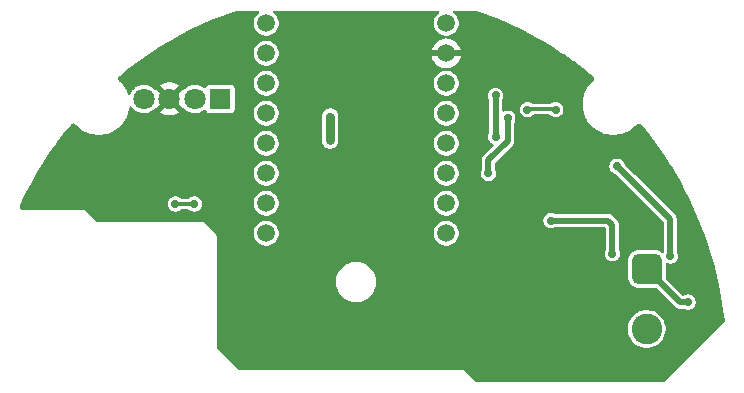
<source format=gbr>
%TF.GenerationSoftware,KiCad,Pcbnew,9.0.4*%
%TF.CreationDate,2025-10-28T17:49:17+05:30*%
%TF.ProjectId,PCB,5043422e-6b69-4636-9164-5f7063625858,rev?*%
%TF.SameCoordinates,Original*%
%TF.FileFunction,Copper,L2,Bot*%
%TF.FilePolarity,Positive*%
%FSLAX46Y46*%
G04 Gerber Fmt 4.6, Leading zero omitted, Abs format (unit mm)*
G04 Created by KiCad (PCBNEW 9.0.4) date 2025-10-28 17:49:17*
%MOMM*%
%LPD*%
G01*
G04 APERTURE LIST*
G04 Aperture macros list*
%AMRoundRect*
0 Rectangle with rounded corners*
0 $1 Rounding radius*
0 $2 $3 $4 $5 $6 $7 $8 $9 X,Y pos of 4 corners*
0 Add a 4 corners polygon primitive as box body*
4,1,4,$2,$3,$4,$5,$6,$7,$8,$9,$2,$3,0*
0 Add four circle primitives for the rounded corners*
1,1,$1+$1,$2,$3*
1,1,$1+$1,$4,$5*
1,1,$1+$1,$6,$7*
1,1,$1+$1,$8,$9*
0 Add four rect primitives between the rounded corners*
20,1,$1+$1,$2,$3,$4,$5,0*
20,1,$1+$1,$4,$5,$6,$7,0*
20,1,$1+$1,$6,$7,$8,$9,0*
20,1,$1+$1,$8,$9,$2,$3,0*%
G04 Aperture macros list end*
%TA.AperFunction,ComponentPad*%
%ADD10RoundRect,0.650000X-0.650000X0.650000X-0.650000X-0.650000X0.650000X-0.650000X0.650000X0.650000X0*%
%TD*%
%TA.AperFunction,ComponentPad*%
%ADD11C,2.600000*%
%TD*%
%TA.AperFunction,ComponentPad*%
%ADD12R,1.800000X1.800000*%
%TD*%
%TA.AperFunction,ComponentPad*%
%ADD13C,1.800000*%
%TD*%
%TA.AperFunction,ComponentPad*%
%ADD14C,1.500000*%
%TD*%
%TA.AperFunction,ViaPad*%
%ADD15C,0.700000*%
%TD*%
%TA.AperFunction,Conductor*%
%ADD16C,0.500000*%
%TD*%
%TA.AperFunction,Conductor*%
%ADD17C,0.800000*%
%TD*%
%TA.AperFunction,Conductor*%
%ADD18C,0.300000*%
%TD*%
G04 APERTURE END LIST*
D10*
%TO.P,J1,1,Pin_1*%
%TO.N,+BATT*%
X184600000Y-73800000D03*
D11*
%TO.P,J1,2,Pin_2*%
%TO.N,-BATT*%
X184600000Y-78880000D03*
%TD*%
D12*
%TO.P,D4,1,BA*%
%TO.N,Net-(D4-BA)*%
X148500000Y-59400000D03*
D13*
%TO.P,D4,2,GA*%
%TO.N,Net-(D4-GA)*%
X146341000Y-59400000D03*
%TO.P,D4,3,K*%
%TO.N,GND*%
X144182000Y-59400000D03*
%TO.P,D4,4,RA*%
%TO.N,Net-(D4-RA)*%
X142023000Y-59400000D03*
%TD*%
D14*
%TO.P,U6,1,GPIO5*%
%TO.N,PWM_R*%
X152380000Y-53000000D03*
%TO.P,U6,2,GPIO6*%
%TO.N,PWM_G*%
X152380000Y-55540000D03*
%TO.P,U6,3,GPIO7*%
%TO.N,PWM_B*%
X152380000Y-58080000D03*
%TO.P,U6,4,GPIO8*%
%TO.N,unconnected-(U6-GPIO8-Pad4)*%
X152380000Y-60620000D03*
%TO.P,U6,5,GPIO9*%
%TO.N,unconnected-(U6-GPIO9-Pad5)_1*%
X152380000Y-63160000D03*
%TO.P,U6,6,GPIO10*%
%TO.N,IMU_SDA*%
X152380000Y-65700000D03*
%TO.P,U6,7,GPIO20*%
%TO.N,IMU_SCL*%
X152380000Y-68240000D03*
%TO.P,U6,8,GPIO21*%
%TO.N,IR_ON*%
X152380000Y-70780000D03*
%TO.P,U6,9,GPIO0*%
%TO.N,IR_ADC*%
X167620000Y-70780000D03*
%TO.P,U6,10,GPIO1*%
%TO.N,Hall_Out*%
X167620000Y-68240000D03*
%TO.P,U6,11,GPIO2*%
%TO.N,unconnected-(U6-GPIO2-Pad11)*%
X167620000Y-65700000D03*
%TO.P,U6,12,GPIO3*%
%TO.N,IMU_INT1*%
X167620000Y-63160000D03*
%TO.P,U6,13,GPIO4*%
%TO.N,Batt_En*%
X167620000Y-60620000D03*
%TO.P,U6,14,3V3*%
%TO.N,+3.3V*%
X167620000Y-58080000D03*
%TO.P,U6,15,GND*%
%TO.N,GND*%
X167620000Y-55540000D03*
%TO.P,U6,16,Vin*%
%TO.N,Vin*%
X167620000Y-53000000D03*
%TD*%
D15*
%TO.N,Vin*%
X171800000Y-59100000D03*
X171800000Y-62600000D03*
X181700000Y-72500000D03*
X176500000Y-69700000D03*
%TO.N,GND*%
X157900000Y-80900000D03*
X135200000Y-64600000D03*
X173300000Y-64200000D03*
X177400000Y-77300000D03*
X176600000Y-76400000D03*
X173500000Y-57100000D03*
X178200000Y-72700000D03*
X174500000Y-54900000D03*
X179300000Y-71300000D03*
X178900000Y-78000000D03*
X180600000Y-65600000D03*
X175295380Y-73585380D03*
X144100000Y-62600000D03*
X179325000Y-72700000D03*
X141900000Y-61800000D03*
X178200000Y-71300000D03*
X180000000Y-77500000D03*
X172300000Y-75600000D03*
X169900000Y-60900000D03*
X149000000Y-63900000D03*
X173100000Y-76100000D03*
X180400000Y-71300000D03*
X161200000Y-81300000D03*
X180400000Y-72700000D03*
%TO.N,+BATT*%
X171200000Y-65700000D03*
X186600000Y-72700000D03*
X182100000Y-65100000D03*
X188100000Y-76600000D03*
X172840380Y-61040380D03*
%TO.N,+3.3V*%
X157800000Y-60900000D03*
X157800000Y-62900000D03*
%TO.N,IMU_SDA*%
X146300000Y-68300000D03*
X144700000Y-68300000D03*
%TO.N,Batt_En*%
X176900000Y-60300000D03*
X174500000Y-60300000D03*
%TD*%
D16*
%TO.N,Vin*%
X181700000Y-70100000D02*
X181700000Y-71900000D01*
X181700000Y-71900000D02*
X181700000Y-72500000D01*
X181300000Y-69700000D02*
X181700000Y-70100000D01*
X176500000Y-69700000D02*
X181300000Y-69700000D01*
X171800000Y-59100000D02*
X171800000Y-62600000D01*
%TO.N,+BATT*%
X171200000Y-65700000D02*
X171200000Y-64600000D01*
X172840380Y-62959620D02*
X172840380Y-61040380D01*
X188100000Y-76600000D02*
X187400000Y-76600000D01*
X186600000Y-69600000D02*
X186600000Y-70000000D01*
X171200000Y-64600000D02*
X172840380Y-62959620D01*
X183300000Y-66300000D02*
X186600000Y-69600000D01*
X187400000Y-76600000D02*
X184600000Y-73800000D01*
X186600000Y-70000000D02*
X186600000Y-72700000D01*
X183300000Y-66300000D02*
X182100000Y-65100000D01*
D17*
%TO.N,+3.3V*%
X157800000Y-62900000D02*
X157800000Y-60900000D01*
D18*
%TO.N,IMU_SDA*%
X146300000Y-68300000D02*
X144700000Y-68300000D01*
%TO.N,Batt_En*%
X176859620Y-60259620D02*
X176900000Y-60300000D01*
X174540380Y-60259620D02*
X176859620Y-60259620D01*
X174500000Y-60300000D02*
X174540380Y-60259620D01*
%TD*%
%TA.AperFunction,Conductor*%
%TO.N,GND*%
G36*
X151754231Y-51946045D02*
G01*
X151799986Y-51998849D01*
X151809930Y-52068007D01*
X151780905Y-52131563D01*
X151756082Y-52153463D01*
X151710342Y-52184024D01*
X151564024Y-52330342D01*
X151449058Y-52502403D01*
X151369870Y-52693579D01*
X151369868Y-52693587D01*
X151329500Y-52896530D01*
X151329500Y-53103469D01*
X151369868Y-53306412D01*
X151369870Y-53306420D01*
X151449059Y-53497598D01*
X151457679Y-53510499D01*
X151564024Y-53669657D01*
X151710342Y-53815975D01*
X151710345Y-53815977D01*
X151882402Y-53930941D01*
X152073580Y-54010130D01*
X152268064Y-54048815D01*
X152276530Y-54050499D01*
X152276534Y-54050500D01*
X152276535Y-54050500D01*
X152483466Y-54050500D01*
X152483467Y-54050499D01*
X152686420Y-54010130D01*
X152877598Y-53930941D01*
X153049655Y-53815977D01*
X153195977Y-53669655D01*
X153310941Y-53497598D01*
X153390130Y-53306420D01*
X153430500Y-53103465D01*
X153430500Y-52896535D01*
X153390130Y-52693580D01*
X153310941Y-52502402D01*
X153195977Y-52330345D01*
X153195975Y-52330342D01*
X153049657Y-52184024D01*
X153003918Y-52153463D01*
X152959112Y-52099851D01*
X152950405Y-52030526D01*
X152980559Y-51967498D01*
X153040002Y-51930778D01*
X153072808Y-51926360D01*
X166927192Y-51926360D01*
X166994231Y-51946045D01*
X167039986Y-51998849D01*
X167049930Y-52068007D01*
X167020905Y-52131563D01*
X166996082Y-52153463D01*
X166950342Y-52184024D01*
X166804024Y-52330342D01*
X166689058Y-52502403D01*
X166609870Y-52693579D01*
X166609868Y-52693587D01*
X166569500Y-52896530D01*
X166569500Y-53103469D01*
X166609868Y-53306412D01*
X166609870Y-53306420D01*
X166689059Y-53497598D01*
X166697679Y-53510499D01*
X166804024Y-53669657D01*
X166950342Y-53815975D01*
X166950345Y-53815977D01*
X167122402Y-53930941D01*
X167313580Y-54010130D01*
X167508064Y-54048815D01*
X167569975Y-54081199D01*
X167604549Y-54141915D01*
X167600810Y-54211684D01*
X167559944Y-54268357D01*
X167503272Y-54292905D01*
X167327293Y-54320778D01*
X167140164Y-54381581D01*
X166964856Y-54470904D01*
X166805678Y-54586555D01*
X166666555Y-54725678D01*
X166550904Y-54884856D01*
X166461581Y-55060162D01*
X166400781Y-55247283D01*
X166394016Y-55290000D01*
X167186988Y-55290000D01*
X167154075Y-55347007D01*
X167120000Y-55474174D01*
X167120000Y-55605826D01*
X167154075Y-55732993D01*
X167186988Y-55790000D01*
X166394016Y-55790000D01*
X166400781Y-55832716D01*
X166461581Y-56019837D01*
X166550904Y-56195143D01*
X166666555Y-56354321D01*
X166805678Y-56493444D01*
X166964856Y-56609095D01*
X167140164Y-56698418D01*
X167327294Y-56759221D01*
X167503271Y-56787094D01*
X167566406Y-56817023D01*
X167603337Y-56876335D01*
X167602339Y-56946197D01*
X167563729Y-57004430D01*
X167508064Y-57031184D01*
X167313587Y-57069868D01*
X167313579Y-57069870D01*
X167122403Y-57149058D01*
X166950342Y-57264024D01*
X166804024Y-57410342D01*
X166689058Y-57582403D01*
X166609870Y-57773579D01*
X166609868Y-57773587D01*
X166569500Y-57976530D01*
X166569500Y-58183469D01*
X166609868Y-58386412D01*
X166609870Y-58386420D01*
X166685878Y-58569920D01*
X166689059Y-58577598D01*
X166716006Y-58617927D01*
X166804024Y-58749657D01*
X166950342Y-58895975D01*
X166950345Y-58895977D01*
X167122402Y-59010941D01*
X167313580Y-59090130D01*
X167482319Y-59123694D01*
X167516530Y-59130499D01*
X167516534Y-59130500D01*
X167516535Y-59130500D01*
X167723466Y-59130500D01*
X167723467Y-59130499D01*
X167926420Y-59090130D01*
X168117598Y-59010941D01*
X168289655Y-58895977D01*
X168435977Y-58749655D01*
X168550941Y-58577598D01*
X168630130Y-58386420D01*
X168670500Y-58183465D01*
X168670500Y-57976535D01*
X168630130Y-57773580D01*
X168550941Y-57582402D01*
X168435977Y-57410345D01*
X168435975Y-57410342D01*
X168289657Y-57264024D01*
X168147901Y-57169307D01*
X168117598Y-57149059D01*
X168104817Y-57143765D01*
X167926420Y-57069870D01*
X167926412Y-57069868D01*
X167731935Y-57031184D01*
X167670024Y-56998799D01*
X167635450Y-56938084D01*
X167639189Y-56868314D01*
X167680056Y-56811642D01*
X167736728Y-56787094D01*
X167912705Y-56759221D01*
X168099835Y-56698418D01*
X168275143Y-56609095D01*
X168434321Y-56493444D01*
X168573444Y-56354321D01*
X168689095Y-56195143D01*
X168778418Y-56019837D01*
X168839218Y-55832716D01*
X168845984Y-55790000D01*
X168053012Y-55790000D01*
X168085925Y-55732993D01*
X168120000Y-55605826D01*
X168120000Y-55474174D01*
X168085925Y-55347007D01*
X168053012Y-55290000D01*
X168845984Y-55290000D01*
X168839218Y-55247283D01*
X168778418Y-55060162D01*
X168689095Y-54884856D01*
X168573444Y-54725678D01*
X168434321Y-54586555D01*
X168275143Y-54470904D01*
X168099835Y-54381581D01*
X167912705Y-54320778D01*
X167912707Y-54320778D01*
X167736727Y-54292905D01*
X167673593Y-54262975D01*
X167636662Y-54203664D01*
X167637660Y-54133801D01*
X167676270Y-54075569D01*
X167731934Y-54048815D01*
X167926420Y-54010130D01*
X168117598Y-53930941D01*
X168289655Y-53815977D01*
X168435977Y-53669655D01*
X168550941Y-53497598D01*
X168630130Y-53306420D01*
X168670500Y-53103465D01*
X168670500Y-52896535D01*
X168630130Y-52693580D01*
X168550941Y-52502402D01*
X168435977Y-52330345D01*
X168435975Y-52330342D01*
X168289657Y-52184024D01*
X168243918Y-52153463D01*
X168199112Y-52099851D01*
X168190405Y-52030526D01*
X168220559Y-51967498D01*
X168280002Y-51930778D01*
X168312808Y-51926360D01*
X170168402Y-51926360D01*
X170210454Y-51933708D01*
X170479029Y-52030526D01*
X171132078Y-52265942D01*
X171135882Y-52267385D01*
X172093801Y-52648832D01*
X172097527Y-52650386D01*
X172707990Y-52917112D01*
X173042433Y-53063238D01*
X173046146Y-53064934D01*
X173976856Y-53508673D01*
X173980475Y-53510472D01*
X174896089Y-53984669D01*
X174899651Y-53986589D01*
X175286970Y-54203664D01*
X175799118Y-54490700D01*
X175802651Y-54492757D01*
X175957789Y-54586555D01*
X176685039Y-55026259D01*
X176688452Y-55028401D01*
X177373659Y-55474174D01*
X177552743Y-55590680D01*
X177556132Y-55592965D01*
X178167227Y-56019837D01*
X178401402Y-56183416D01*
X178404705Y-56185805D01*
X179230107Y-56803838D01*
X179233301Y-56806314D01*
X179804337Y-57264024D01*
X180031633Y-57446212D01*
X180046031Y-57459774D01*
X180084887Y-57502721D01*
X180104669Y-57532140D01*
X180126262Y-57577010D01*
X180136910Y-57610821D01*
X180144925Y-57659965D01*
X180145571Y-57695411D01*
X180139352Y-57744817D01*
X180139323Y-57744920D01*
X180139332Y-57744974D01*
X180129943Y-57778996D01*
X180110000Y-57824620D01*
X180091301Y-57854742D01*
X180053859Y-57899286D01*
X180041482Y-57912033D01*
X179930531Y-58011005D01*
X179930526Y-58011010D01*
X179723131Y-58246665D01*
X179545586Y-58505556D01*
X179400465Y-58783923D01*
X179400465Y-58783924D01*
X179289889Y-59077699D01*
X179289883Y-59077719D01*
X179215438Y-59382684D01*
X179178215Y-59694380D01*
X179178751Y-60008305D01*
X179217039Y-60319872D01*
X179217040Y-60319876D01*
X179259120Y-60489738D01*
X179292526Y-60624584D01*
X179404113Y-60918001D01*
X179550181Y-61195867D01*
X179550183Y-61195870D01*
X179573843Y-61230118D01*
X179728610Y-61454147D01*
X179936808Y-61689092D01*
X180171752Y-61897290D01*
X180430032Y-62075718D01*
X180707898Y-62221786D01*
X181001315Y-62333373D01*
X181306024Y-62408859D01*
X181617599Y-62447149D01*
X181931518Y-62447685D01*
X182242812Y-62410509D01*
X182243214Y-62410461D01*
X182243214Y-62410460D01*
X182243222Y-62410460D01*
X182548187Y-62336015D01*
X182841983Y-62225431D01*
X183068190Y-62107502D01*
X183120339Y-62080317D01*
X183120340Y-62080316D01*
X183120339Y-62080316D01*
X183120346Y-62080313D01*
X183379235Y-61902768D01*
X183614889Y-61695374D01*
X183692840Y-61607987D01*
X183692844Y-61607986D01*
X183713467Y-61584864D01*
X183726195Y-61572506D01*
X183771228Y-61534653D01*
X183801335Y-61515963D01*
X183846973Y-61496011D01*
X183881140Y-61486602D01*
X183930558Y-61480377D01*
X183930660Y-61480378D01*
X183930709Y-61480358D01*
X183965997Y-61481019D01*
X183972967Y-61482154D01*
X184015154Y-61489029D01*
X184048957Y-61499668D01*
X184093845Y-61521261D01*
X184123261Y-61541033D01*
X184151430Y-61566508D01*
X184165784Y-61579489D01*
X184179428Y-61593982D01*
X184850256Y-62432270D01*
X184852876Y-62435662D01*
X185498796Y-63302629D01*
X185501297Y-63306111D01*
X186116867Y-64194887D01*
X186119246Y-64198452D01*
X186500595Y-64791873D01*
X186657431Y-65035928D01*
X186703704Y-65107933D01*
X186705952Y-65111567D01*
X186873700Y-65393579D01*
X187258669Y-66040775D01*
X187260796Y-66044497D01*
X187388135Y-66276465D01*
X187648355Y-66750500D01*
X187781035Y-66992197D01*
X187783032Y-66995989D01*
X188270205Y-67961103D01*
X188272071Y-67964963D01*
X188725613Y-68946376D01*
X188727343Y-68950297D01*
X189146680Y-69946769D01*
X189148274Y-69950748D01*
X189532920Y-70961115D01*
X189534376Y-70965147D01*
X189883881Y-71988237D01*
X189885196Y-71992317D01*
X190199115Y-73026826D01*
X190200289Y-73030948D01*
X190356690Y-73618757D01*
X190473039Y-74056042D01*
X190478282Y-74075745D01*
X190479312Y-74079906D01*
X190721017Y-75133646D01*
X190721903Y-75137840D01*
X190927044Y-76199304D01*
X190927785Y-76203526D01*
X191096120Y-77271477D01*
X191096714Y-77275722D01*
X191209499Y-78197366D01*
X191198103Y-78266300D01*
X191174098Y-78300109D01*
X186153323Y-83320886D01*
X186092000Y-83354371D01*
X186065642Y-83357205D01*
X170134466Y-83357205D01*
X170067427Y-83337520D01*
X170046785Y-83320886D01*
X169113628Y-82387729D01*
X169039937Y-82357205D01*
X169039936Y-82357205D01*
X168960172Y-82357205D01*
X168948362Y-82357205D01*
X168948320Y-82357209D01*
X150134466Y-82357209D01*
X150067427Y-82337524D01*
X150046785Y-82320890D01*
X148236873Y-80510978D01*
X148203388Y-80449655D01*
X148200554Y-80423297D01*
X148200554Y-78754038D01*
X182999500Y-78754038D01*
X182999500Y-79005961D01*
X183038910Y-79254785D01*
X183116760Y-79494383D01*
X183231132Y-79718848D01*
X183379201Y-79922649D01*
X183379205Y-79922654D01*
X183557345Y-80100794D01*
X183557350Y-80100798D01*
X183735117Y-80229952D01*
X183761155Y-80248870D01*
X183904184Y-80321747D01*
X183985616Y-80363239D01*
X183985618Y-80363239D01*
X183985621Y-80363241D01*
X184225215Y-80441090D01*
X184474038Y-80480500D01*
X184474039Y-80480500D01*
X184725961Y-80480500D01*
X184725962Y-80480500D01*
X184974785Y-80441090D01*
X185214379Y-80363241D01*
X185438845Y-80248870D01*
X185642656Y-80100793D01*
X185820793Y-79922656D01*
X185968870Y-79718845D01*
X186083241Y-79494379D01*
X186161090Y-79254785D01*
X186200500Y-79005962D01*
X186200500Y-78754038D01*
X186161090Y-78505215D01*
X186083241Y-78265621D01*
X186083239Y-78265618D01*
X186083239Y-78265616D01*
X186041747Y-78184184D01*
X185968870Y-78041155D01*
X185949952Y-78015117D01*
X185820798Y-77837350D01*
X185820794Y-77837345D01*
X185642654Y-77659205D01*
X185642649Y-77659201D01*
X185438848Y-77511132D01*
X185438847Y-77511131D01*
X185438845Y-77511130D01*
X185368747Y-77475413D01*
X185214383Y-77396760D01*
X184974785Y-77318910D01*
X184725962Y-77279500D01*
X184474038Y-77279500D01*
X184349626Y-77299205D01*
X184225214Y-77318910D01*
X183985616Y-77396760D01*
X183761151Y-77511132D01*
X183557350Y-77659201D01*
X183557345Y-77659205D01*
X183379205Y-77837345D01*
X183379201Y-77837350D01*
X183231132Y-78041151D01*
X183116760Y-78265616D01*
X183038910Y-78505214D01*
X182999500Y-78754038D01*
X148200554Y-78754038D01*
X148200554Y-74788549D01*
X158299554Y-74788549D01*
X158299554Y-75011450D01*
X158299555Y-75011466D01*
X158328648Y-75232452D01*
X158328649Y-75232457D01*
X158328650Y-75232463D01*
X158382095Y-75431922D01*
X158386344Y-75447780D01*
X158386347Y-75447790D01*
X158440691Y-75578987D01*
X158471649Y-75653726D01*
X158583106Y-75846774D01*
X158583111Y-75846780D01*
X158583112Y-75846782D01*
X158718805Y-76023622D01*
X158718811Y-76023629D01*
X158876424Y-76181242D01*
X158876431Y-76181248D01*
X159002348Y-76277867D01*
X159053280Y-76316948D01*
X159246328Y-76428405D01*
X159452273Y-76513710D01*
X159667591Y-76571404D01*
X159888597Y-76600500D01*
X159888604Y-76600500D01*
X160111504Y-76600500D01*
X160111511Y-76600500D01*
X160332517Y-76571404D01*
X160547835Y-76513710D01*
X160753780Y-76428405D01*
X160946828Y-76316948D01*
X161123678Y-76181247D01*
X161281301Y-76023624D01*
X161417002Y-75846774D01*
X161528459Y-75653726D01*
X161613764Y-75447781D01*
X161671458Y-75232463D01*
X161700554Y-75011457D01*
X161700554Y-74788543D01*
X161671458Y-74567537D01*
X161613764Y-74352219D01*
X161528459Y-74146274D01*
X161417002Y-73953226D01*
X161281301Y-73776376D01*
X161281296Y-73776370D01*
X161123683Y-73618757D01*
X161123676Y-73618751D01*
X160946836Y-73483058D01*
X160946834Y-73483057D01*
X160946828Y-73483052D01*
X160753780Y-73371595D01*
X160753776Y-73371593D01*
X160547844Y-73286293D01*
X160547837Y-73286291D01*
X160547835Y-73286290D01*
X160332517Y-73228596D01*
X160332511Y-73228595D01*
X160332506Y-73228594D01*
X160111520Y-73199501D01*
X160111517Y-73199500D01*
X160111511Y-73199500D01*
X159888597Y-73199500D01*
X159888591Y-73199500D01*
X159888587Y-73199501D01*
X159667601Y-73228594D01*
X159667594Y-73228595D01*
X159667591Y-73228596D01*
X159488956Y-73276461D01*
X159452273Y-73286290D01*
X159452263Y-73286293D01*
X159246331Y-73371593D01*
X159246327Y-73371595D01*
X159053280Y-73483052D01*
X159053271Y-73483058D01*
X158876431Y-73618751D01*
X158876424Y-73618757D01*
X158718811Y-73776370D01*
X158718805Y-73776377D01*
X158583112Y-73953217D01*
X158583106Y-73953226D01*
X158471649Y-74146273D01*
X158471647Y-74146277D01*
X158386347Y-74352209D01*
X158386344Y-74352219D01*
X158328651Y-74567534D01*
X158328648Y-74567547D01*
X158299555Y-74788533D01*
X158299554Y-74788549D01*
X148200554Y-74788549D01*
X148200554Y-70985979D01*
X148200553Y-70985976D01*
X148170030Y-70912286D01*
X148113628Y-70855884D01*
X147934274Y-70676530D01*
X151329500Y-70676530D01*
X151329500Y-70883469D01*
X151369868Y-71086412D01*
X151369870Y-71086420D01*
X151449058Y-71277596D01*
X151564024Y-71449657D01*
X151710342Y-71595975D01*
X151710345Y-71595977D01*
X151882402Y-71710941D01*
X152073580Y-71790130D01*
X152261579Y-71827525D01*
X152276530Y-71830499D01*
X152276534Y-71830500D01*
X152276535Y-71830500D01*
X152483466Y-71830500D01*
X152483467Y-71830499D01*
X152686420Y-71790130D01*
X152877598Y-71710941D01*
X153049655Y-71595977D01*
X153195977Y-71449655D01*
X153310941Y-71277598D01*
X153390130Y-71086420D01*
X153430500Y-70883465D01*
X153430500Y-70676535D01*
X153430499Y-70676530D01*
X166569500Y-70676530D01*
X166569500Y-70883469D01*
X166609868Y-71086412D01*
X166609870Y-71086420D01*
X166689058Y-71277596D01*
X166804024Y-71449657D01*
X166950342Y-71595975D01*
X166950345Y-71595977D01*
X167122402Y-71710941D01*
X167313580Y-71790130D01*
X167501579Y-71827525D01*
X167516530Y-71830499D01*
X167516534Y-71830500D01*
X167516535Y-71830500D01*
X167723466Y-71830500D01*
X167723467Y-71830499D01*
X167926420Y-71790130D01*
X168117598Y-71710941D01*
X168289655Y-71595977D01*
X168435977Y-71449655D01*
X168550941Y-71277598D01*
X168630130Y-71086420D01*
X168670500Y-70883465D01*
X168670500Y-70676535D01*
X168630130Y-70473580D01*
X168550941Y-70282402D01*
X168435977Y-70110345D01*
X168435975Y-70110342D01*
X168289657Y-69964024D01*
X168127809Y-69855882D01*
X168117598Y-69849059D01*
X168012860Y-69805675D01*
X167926420Y-69769870D01*
X167926412Y-69769868D01*
X167897268Y-69764071D01*
X175849499Y-69764071D01*
X175874497Y-69889738D01*
X175874499Y-69889744D01*
X175923533Y-70008124D01*
X175923538Y-70008133D01*
X175994723Y-70114668D01*
X175994726Y-70114672D01*
X176085327Y-70205273D01*
X176085331Y-70205276D01*
X176191866Y-70276461D01*
X176191875Y-70276466D01*
X176216870Y-70286819D01*
X176310256Y-70325501D01*
X176310260Y-70325501D01*
X176310261Y-70325502D01*
X176435928Y-70350500D01*
X176435931Y-70350500D01*
X176564071Y-70350500D01*
X176677055Y-70328025D01*
X176689744Y-70325501D01*
X176808127Y-70276465D01*
X176815712Y-70271396D01*
X176882389Y-70250520D01*
X176884601Y-70250500D01*
X181020613Y-70250500D01*
X181050053Y-70259144D01*
X181080040Y-70265668D01*
X181085055Y-70269422D01*
X181087652Y-70270185D01*
X181108294Y-70286819D01*
X181113181Y-70291706D01*
X181146666Y-70353029D01*
X181149500Y-70379387D01*
X181149500Y-72115398D01*
X181129815Y-72182437D01*
X181128604Y-72184286D01*
X181123534Y-72191872D01*
X181074499Y-72310255D01*
X181074497Y-72310261D01*
X181049500Y-72435928D01*
X181049500Y-72435931D01*
X181049500Y-72564069D01*
X181049500Y-72564071D01*
X181049499Y-72564071D01*
X181074497Y-72689738D01*
X181074499Y-72689744D01*
X181123533Y-72808124D01*
X181123538Y-72808133D01*
X181194723Y-72914668D01*
X181194726Y-72914672D01*
X181285327Y-73005273D01*
X181285331Y-73005276D01*
X181391866Y-73076461D01*
X181391872Y-73076464D01*
X181391873Y-73076465D01*
X181510256Y-73125501D01*
X181510260Y-73125501D01*
X181510261Y-73125502D01*
X181635928Y-73150500D01*
X181635931Y-73150500D01*
X181764071Y-73150500D01*
X181848615Y-73133682D01*
X181889744Y-73125501D01*
X182008127Y-73076465D01*
X182114669Y-73005276D01*
X182205276Y-72914669D01*
X182276465Y-72808127D01*
X182325501Y-72689744D01*
X182350500Y-72564069D01*
X182350500Y-72435931D01*
X182350500Y-72435928D01*
X182325502Y-72310261D01*
X182325501Y-72310260D01*
X182325501Y-72310256D01*
X182283801Y-72209583D01*
X182276465Y-72191872D01*
X182271396Y-72184286D01*
X182250520Y-72117608D01*
X182250500Y-72115398D01*
X182250500Y-70027527D01*
X182250500Y-70027525D01*
X182212984Y-69887515D01*
X182194722Y-69855884D01*
X182153559Y-69784588D01*
X182140512Y-69761988D01*
X182140508Y-69761983D01*
X181638016Y-69259491D01*
X181638015Y-69259490D01*
X181512485Y-69187016D01*
X181512486Y-69187016D01*
X181409761Y-69159491D01*
X181409761Y-69159490D01*
X181372475Y-69149500D01*
X176884601Y-69149500D01*
X176817562Y-69129815D01*
X176815747Y-69128626D01*
X176808127Y-69123535D01*
X176808124Y-69123533D01*
X176808123Y-69123533D01*
X176689744Y-69074499D01*
X176689738Y-69074497D01*
X176564071Y-69049500D01*
X176564069Y-69049500D01*
X176435931Y-69049500D01*
X176435929Y-69049500D01*
X176310261Y-69074497D01*
X176310255Y-69074499D01*
X176191875Y-69123533D01*
X176191866Y-69123538D01*
X176085331Y-69194723D01*
X176085327Y-69194726D01*
X175994726Y-69285327D01*
X175994723Y-69285331D01*
X175923538Y-69391866D01*
X175923533Y-69391875D01*
X175874499Y-69510255D01*
X175874497Y-69510261D01*
X175849500Y-69635928D01*
X175849500Y-69635931D01*
X175849500Y-69764069D01*
X175849500Y-69764071D01*
X175849499Y-69764071D01*
X167897268Y-69764071D01*
X167833848Y-69751456D01*
X167723469Y-69729500D01*
X167723465Y-69729500D01*
X167516535Y-69729500D01*
X167516530Y-69729500D01*
X167313587Y-69769868D01*
X167313579Y-69769870D01*
X167122403Y-69849058D01*
X166950342Y-69964024D01*
X166804024Y-70110342D01*
X166689058Y-70282403D01*
X166609870Y-70473579D01*
X166609868Y-70473587D01*
X166569500Y-70676530D01*
X153430499Y-70676530D01*
X153390130Y-70473580D01*
X153310941Y-70282402D01*
X153195977Y-70110345D01*
X153195975Y-70110342D01*
X153049657Y-69964024D01*
X152887809Y-69855882D01*
X152877598Y-69849059D01*
X152772860Y-69805675D01*
X152686420Y-69769870D01*
X152686412Y-69769868D01*
X152483469Y-69729500D01*
X152483465Y-69729500D01*
X152276535Y-69729500D01*
X152276530Y-69729500D01*
X152073587Y-69769868D01*
X152073579Y-69769870D01*
X151882403Y-69849058D01*
X151710342Y-69964024D01*
X151564024Y-70110342D01*
X151449058Y-70282403D01*
X151369870Y-70473579D01*
X151369868Y-70473587D01*
X151329500Y-70676530D01*
X147934274Y-70676530D01*
X147113628Y-69855884D01*
X147097151Y-69849059D01*
X147039937Y-69825360D01*
X147039936Y-69825360D01*
X138134466Y-69825360D01*
X138067427Y-69805675D01*
X138046785Y-69789041D01*
X137113628Y-68855884D01*
X137039937Y-68825360D01*
X137039936Y-68825360D01*
X131845356Y-68825360D01*
X131833522Y-68825359D01*
X131833514Y-68825356D01*
X131810459Y-68825358D01*
X131804001Y-68825358D01*
X131803995Y-68825356D01*
X131783391Y-68823632D01*
X131716004Y-68812270D01*
X131677027Y-68798737D01*
X131626338Y-68770957D01*
X131593959Y-68745383D01*
X131555192Y-68702510D01*
X131532997Y-68667729D01*
X131510442Y-68614506D01*
X131500888Y-68574368D01*
X131499026Y-68546420D01*
X131497045Y-68516688D01*
X131501188Y-68475650D01*
X131518998Y-68410731D01*
X131526962Y-68389531D01*
X131539288Y-68364071D01*
X144049499Y-68364071D01*
X144074497Y-68489738D01*
X144074499Y-68489744D01*
X144123533Y-68608124D01*
X144123538Y-68608133D01*
X144194723Y-68714668D01*
X144194726Y-68714672D01*
X144285327Y-68805273D01*
X144285331Y-68805276D01*
X144391866Y-68876461D01*
X144391872Y-68876464D01*
X144391873Y-68876465D01*
X144510256Y-68925501D01*
X144510260Y-68925501D01*
X144510261Y-68925502D01*
X144635928Y-68950500D01*
X144635931Y-68950500D01*
X144764071Y-68950500D01*
X144848615Y-68933682D01*
X144889744Y-68925501D01*
X145008127Y-68876465D01*
X145114669Y-68805276D01*
X145121209Y-68798736D01*
X145133127Y-68786819D01*
X145194450Y-68753334D01*
X145220808Y-68750500D01*
X145779192Y-68750500D01*
X145846231Y-68770185D01*
X145866873Y-68786819D01*
X145885327Y-68805273D01*
X145885331Y-68805276D01*
X145991866Y-68876461D01*
X145991872Y-68876464D01*
X145991873Y-68876465D01*
X146110256Y-68925501D01*
X146110260Y-68925501D01*
X146110261Y-68925502D01*
X146235928Y-68950500D01*
X146235931Y-68950500D01*
X146364071Y-68950500D01*
X146448615Y-68933682D01*
X146489744Y-68925501D01*
X146608127Y-68876465D01*
X146714669Y-68805276D01*
X146805276Y-68714669D01*
X146876465Y-68608127D01*
X146925501Y-68489744D01*
X146950500Y-68364069D01*
X146950500Y-68235931D01*
X146950500Y-68235928D01*
X146934329Y-68154635D01*
X146930728Y-68136530D01*
X151329500Y-68136530D01*
X151329500Y-68343469D01*
X151369868Y-68546412D01*
X151369870Y-68546420D01*
X151395432Y-68608133D01*
X151449059Y-68737598D01*
X151464630Y-68760902D01*
X151564024Y-68909657D01*
X151710342Y-69055975D01*
X151710345Y-69055977D01*
X151882402Y-69170941D01*
X152073580Y-69250130D01*
X152250549Y-69285331D01*
X152276530Y-69290499D01*
X152276534Y-69290500D01*
X152276535Y-69290500D01*
X152483466Y-69290500D01*
X152483467Y-69290499D01*
X152686420Y-69250130D01*
X152877598Y-69170941D01*
X153049655Y-69055977D01*
X153195977Y-68909655D01*
X153310941Y-68737598D01*
X153390130Y-68546420D01*
X153430500Y-68343465D01*
X153430500Y-68136535D01*
X153430499Y-68136530D01*
X166569500Y-68136530D01*
X166569500Y-68343469D01*
X166609868Y-68546412D01*
X166609870Y-68546420D01*
X166635432Y-68608133D01*
X166689059Y-68737598D01*
X166704630Y-68760902D01*
X166804024Y-68909657D01*
X166950342Y-69055975D01*
X166950345Y-69055977D01*
X167122402Y-69170941D01*
X167313580Y-69250130D01*
X167490549Y-69285331D01*
X167516530Y-69290499D01*
X167516534Y-69290500D01*
X167516535Y-69290500D01*
X167723466Y-69290500D01*
X167723467Y-69290499D01*
X167926420Y-69250130D01*
X168117598Y-69170941D01*
X168289655Y-69055977D01*
X168435977Y-68909655D01*
X168550941Y-68737598D01*
X168630130Y-68546420D01*
X168670500Y-68343465D01*
X168670500Y-68136535D01*
X168630130Y-67933580D01*
X168550941Y-67742402D01*
X168435977Y-67570345D01*
X168435975Y-67570342D01*
X168289657Y-67424024D01*
X168203626Y-67366541D01*
X168117598Y-67309059D01*
X167926420Y-67229870D01*
X167926412Y-67229868D01*
X167723469Y-67189500D01*
X167723465Y-67189500D01*
X167516535Y-67189500D01*
X167516530Y-67189500D01*
X167313587Y-67229868D01*
X167313579Y-67229870D01*
X167122403Y-67309058D01*
X166950342Y-67424024D01*
X166804024Y-67570342D01*
X166689058Y-67742403D01*
X166609870Y-67933579D01*
X166609868Y-67933587D01*
X166569500Y-68136530D01*
X153430499Y-68136530D01*
X153390130Y-67933580D01*
X153310941Y-67742402D01*
X153195977Y-67570345D01*
X153195975Y-67570342D01*
X153049657Y-67424024D01*
X152963626Y-67366541D01*
X152877598Y-67309059D01*
X152686420Y-67229870D01*
X152686412Y-67229868D01*
X152483469Y-67189500D01*
X152483465Y-67189500D01*
X152276535Y-67189500D01*
X152276530Y-67189500D01*
X152073587Y-67229868D01*
X152073579Y-67229870D01*
X151882403Y-67309058D01*
X151710342Y-67424024D01*
X151564024Y-67570342D01*
X151449058Y-67742403D01*
X151369870Y-67933579D01*
X151369868Y-67933587D01*
X151329500Y-68136530D01*
X146930728Y-68136530D01*
X146925502Y-68110261D01*
X146925501Y-68110260D01*
X146925501Y-68110256D01*
X146876465Y-67991873D01*
X146876464Y-67991872D01*
X146876461Y-67991866D01*
X146805276Y-67885331D01*
X146805273Y-67885327D01*
X146714672Y-67794726D01*
X146714668Y-67794723D01*
X146608133Y-67723538D01*
X146608124Y-67723533D01*
X146489744Y-67674499D01*
X146489738Y-67674497D01*
X146364071Y-67649500D01*
X146364069Y-67649500D01*
X146235931Y-67649500D01*
X146235929Y-67649500D01*
X146110261Y-67674497D01*
X146110255Y-67674499D01*
X145991875Y-67723533D01*
X145991866Y-67723538D01*
X145885331Y-67794723D01*
X145885327Y-67794726D01*
X145866873Y-67813181D01*
X145805550Y-67846666D01*
X145779192Y-67849500D01*
X145220808Y-67849500D01*
X145153769Y-67829815D01*
X145133127Y-67813181D01*
X145114672Y-67794726D01*
X145114668Y-67794723D01*
X145008133Y-67723538D01*
X145008124Y-67723533D01*
X144889744Y-67674499D01*
X144889738Y-67674497D01*
X144764071Y-67649500D01*
X144764069Y-67649500D01*
X144635931Y-67649500D01*
X144635929Y-67649500D01*
X144510261Y-67674497D01*
X144510255Y-67674499D01*
X144391875Y-67723533D01*
X144391866Y-67723538D01*
X144285331Y-67794723D01*
X144285327Y-67794726D01*
X144194726Y-67885327D01*
X144194723Y-67885331D01*
X144123538Y-67991866D01*
X144123533Y-67991875D01*
X144074499Y-68110255D01*
X144074497Y-68110261D01*
X144049500Y-68235928D01*
X144049500Y-68235931D01*
X144049500Y-68364069D01*
X144049500Y-68364071D01*
X144049499Y-68364071D01*
X131539288Y-68364071D01*
X131961353Y-67492287D01*
X131963140Y-67488745D01*
X131997086Y-67424024D01*
X132430500Y-66597675D01*
X132432350Y-66594282D01*
X132928167Y-65718644D01*
X132930116Y-65715325D01*
X133002524Y-65596530D01*
X151329500Y-65596530D01*
X151329500Y-65803469D01*
X151369868Y-66006412D01*
X151369870Y-66006420D01*
X151449059Y-66197598D01*
X151501753Y-66276461D01*
X151564024Y-66369657D01*
X151710342Y-66515975D01*
X151710345Y-66515977D01*
X151882402Y-66630941D01*
X152073580Y-66710130D01*
X152276530Y-66750499D01*
X152276534Y-66750500D01*
X152276535Y-66750500D01*
X152483466Y-66750500D01*
X152483467Y-66750499D01*
X152686420Y-66710130D01*
X152877598Y-66630941D01*
X153049655Y-66515977D01*
X153195977Y-66369655D01*
X153310941Y-66197598D01*
X153390130Y-66006420D01*
X153430500Y-65803465D01*
X153430500Y-65596535D01*
X153430499Y-65596530D01*
X166569500Y-65596530D01*
X166569500Y-65803469D01*
X166609868Y-66006412D01*
X166609870Y-66006420D01*
X166689059Y-66197598D01*
X166741753Y-66276461D01*
X166804024Y-66369657D01*
X166950342Y-66515975D01*
X166950345Y-66515977D01*
X167122402Y-66630941D01*
X167313580Y-66710130D01*
X167516530Y-66750499D01*
X167516534Y-66750500D01*
X167516535Y-66750500D01*
X167723466Y-66750500D01*
X167723467Y-66750499D01*
X167926420Y-66710130D01*
X168117598Y-66630941D01*
X168289655Y-66515977D01*
X168435977Y-66369655D01*
X168550941Y-66197598D01*
X168630130Y-66006420D01*
X168670500Y-65803465D01*
X168670500Y-65764071D01*
X170549499Y-65764071D01*
X170574497Y-65889738D01*
X170574499Y-65889744D01*
X170623533Y-66008124D01*
X170623538Y-66008133D01*
X170694723Y-66114668D01*
X170694726Y-66114672D01*
X170785327Y-66205273D01*
X170785331Y-66205276D01*
X170891866Y-66276461D01*
X170891872Y-66276464D01*
X170891873Y-66276465D01*
X171010256Y-66325501D01*
X171010260Y-66325501D01*
X171010261Y-66325502D01*
X171135928Y-66350500D01*
X171135931Y-66350500D01*
X171264071Y-66350500D01*
X171348615Y-66333682D01*
X171389744Y-66325501D01*
X171508127Y-66276465D01*
X171614669Y-66205276D01*
X171705276Y-66114669D01*
X171776465Y-66008127D01*
X171825501Y-65889744D01*
X171842663Y-65803466D01*
X171850500Y-65764071D01*
X171850500Y-65635928D01*
X171825502Y-65510261D01*
X171825501Y-65510260D01*
X171825501Y-65510256D01*
X171783198Y-65408127D01*
X171776465Y-65391872D01*
X171771396Y-65384286D01*
X171750520Y-65317608D01*
X171750500Y-65315398D01*
X171750500Y-65164071D01*
X181449499Y-65164071D01*
X181474497Y-65289738D01*
X181474499Y-65289744D01*
X181523533Y-65408124D01*
X181523538Y-65408133D01*
X181594723Y-65514668D01*
X181594726Y-65514672D01*
X181685327Y-65605273D01*
X181685331Y-65605276D01*
X181791866Y-65676461D01*
X181791879Y-65676468D01*
X181862902Y-65705886D01*
X181910256Y-65725501D01*
X181919198Y-65727279D01*
X181981109Y-65759662D01*
X181982691Y-65761216D01*
X186013181Y-69791706D01*
X186046666Y-69853029D01*
X186049500Y-69879387D01*
X186049500Y-72314373D01*
X186029815Y-72381412D01*
X185977011Y-72427167D01*
X185907853Y-72437111D01*
X185847140Y-72410475D01*
X185775752Y-72352266D01*
X185604405Y-72262762D01*
X185449845Y-72218537D01*
X185418552Y-72209583D01*
X185418551Y-72209582D01*
X185418548Y-72209582D01*
X185329662Y-72201680D01*
X185305138Y-72199500D01*
X183894862Y-72199500D01*
X183882599Y-72200590D01*
X183781451Y-72209582D01*
X183595594Y-72262762D01*
X183424250Y-72352265D01*
X183274428Y-72474428D01*
X183152265Y-72624250D01*
X183062762Y-72795594D01*
X183009582Y-72981451D01*
X182999500Y-73094863D01*
X182999500Y-74505136D01*
X183009582Y-74618548D01*
X183062762Y-74804405D01*
X183062763Y-74804406D01*
X183152266Y-74975751D01*
X183173635Y-75001958D01*
X183274428Y-75125571D01*
X183349339Y-75186652D01*
X183424249Y-75247734D01*
X183595594Y-75337237D01*
X183781448Y-75390417D01*
X183894862Y-75400500D01*
X183894870Y-75400500D01*
X185305132Y-75400500D01*
X185305138Y-75400500D01*
X185354735Y-75396090D01*
X185423254Y-75409760D01*
X185453397Y-75431922D01*
X187061985Y-77040510D01*
X187174164Y-77105276D01*
X187187515Y-77112984D01*
X187327525Y-77150500D01*
X187327526Y-77150500D01*
X187472474Y-77150500D01*
X187715399Y-77150500D01*
X187782438Y-77170185D01*
X187784252Y-77171373D01*
X187791873Y-77176465D01*
X187910256Y-77225501D01*
X187910260Y-77225501D01*
X187910261Y-77225502D01*
X188035928Y-77250500D01*
X188035931Y-77250500D01*
X188164071Y-77250500D01*
X188248615Y-77233682D01*
X188289744Y-77225501D01*
X188408127Y-77176465D01*
X188417526Y-77170185D01*
X188514671Y-77105275D01*
X188514672Y-77105273D01*
X188605273Y-77014672D01*
X188605276Y-77014669D01*
X188676465Y-76908127D01*
X188725501Y-76789744D01*
X188750500Y-76664069D01*
X188750500Y-76535931D01*
X188750500Y-76535928D01*
X188725502Y-76410261D01*
X188725501Y-76410260D01*
X188725501Y-76410256D01*
X188676465Y-76291873D01*
X188676464Y-76291872D01*
X188676461Y-76291866D01*
X188605276Y-76185331D01*
X188605273Y-76185327D01*
X188514672Y-76094726D01*
X188514668Y-76094723D01*
X188408133Y-76023538D01*
X188408124Y-76023533D01*
X188289744Y-75974499D01*
X188289738Y-75974497D01*
X188164071Y-75949500D01*
X188164069Y-75949500D01*
X188035931Y-75949500D01*
X188035929Y-75949500D01*
X187910261Y-75974497D01*
X187910255Y-75974499D01*
X187791876Y-76023533D01*
X187791873Y-76023534D01*
X187791873Y-76023535D01*
X187784287Y-76028603D01*
X187766242Y-76034253D01*
X187750334Y-76044477D01*
X187719371Y-76048928D01*
X187717611Y-76049480D01*
X187715399Y-76049500D01*
X187679387Y-76049500D01*
X187612348Y-76029815D01*
X187591706Y-76013181D01*
X186231922Y-74653397D01*
X186198437Y-74592074D01*
X186196090Y-74554735D01*
X186200500Y-74505138D01*
X186200500Y-73424196D01*
X186220185Y-73357157D01*
X186272989Y-73311402D01*
X186342147Y-73301458D01*
X186371950Y-73309634D01*
X186410256Y-73325501D01*
X186410260Y-73325501D01*
X186410261Y-73325502D01*
X186535928Y-73350500D01*
X186535931Y-73350500D01*
X186664071Y-73350500D01*
X186748615Y-73333682D01*
X186789744Y-73325501D01*
X186908127Y-73276465D01*
X187014669Y-73205276D01*
X187105276Y-73114669D01*
X187176465Y-73008127D01*
X187225501Y-72889744D01*
X187250500Y-72764069D01*
X187250500Y-72635931D01*
X187250500Y-72635928D01*
X187225502Y-72510261D01*
X187225501Y-72510260D01*
X187225501Y-72510256D01*
X187195203Y-72437111D01*
X187176465Y-72391872D01*
X187171396Y-72384286D01*
X187150520Y-72317608D01*
X187150500Y-72315398D01*
X187150500Y-69527527D01*
X187150500Y-69527525D01*
X187112984Y-69387515D01*
X187085269Y-69339511D01*
X187040510Y-69261985D01*
X183638015Y-65859490D01*
X182761216Y-64982691D01*
X182727731Y-64921368D01*
X182727279Y-64919197D01*
X182725501Y-64910256D01*
X182701681Y-64852749D01*
X182676468Y-64791879D01*
X182676461Y-64791866D01*
X182605276Y-64685331D01*
X182605273Y-64685327D01*
X182514672Y-64594726D01*
X182514668Y-64594723D01*
X182408133Y-64523538D01*
X182408124Y-64523533D01*
X182289744Y-64474499D01*
X182289738Y-64474497D01*
X182164071Y-64449500D01*
X182164069Y-64449500D01*
X182035931Y-64449500D01*
X182035929Y-64449500D01*
X181910261Y-64474497D01*
X181910255Y-64474499D01*
X181791875Y-64523533D01*
X181791866Y-64523538D01*
X181685331Y-64594723D01*
X181685327Y-64594726D01*
X181594726Y-64685327D01*
X181594723Y-64685331D01*
X181523538Y-64791866D01*
X181523533Y-64791875D01*
X181474499Y-64910255D01*
X181474497Y-64910261D01*
X181449500Y-65035928D01*
X181449500Y-65035931D01*
X181449500Y-65164069D01*
X181449500Y-65164071D01*
X181449499Y-65164071D01*
X171750500Y-65164071D01*
X171750500Y-64879386D01*
X171770185Y-64812347D01*
X171786819Y-64791705D01*
X172487583Y-64090941D01*
X173280890Y-63297634D01*
X173353364Y-63172105D01*
X173359153Y-63150500D01*
X173390880Y-63032095D01*
X173390880Y-61424980D01*
X173410565Y-61357941D01*
X173411739Y-61356148D01*
X173416845Y-61348507D01*
X173465881Y-61230124D01*
X173478637Y-61165997D01*
X173490880Y-61104451D01*
X173490880Y-60976308D01*
X173465882Y-60850641D01*
X173465881Y-60850640D01*
X173465881Y-60850636D01*
X173416845Y-60732253D01*
X173416844Y-60732252D01*
X173416841Y-60732246D01*
X173345656Y-60625711D01*
X173345653Y-60625707D01*
X173255052Y-60535106D01*
X173255048Y-60535103D01*
X173148513Y-60463918D01*
X173148504Y-60463913D01*
X173030124Y-60414879D01*
X173030118Y-60414877D01*
X172904451Y-60389880D01*
X172904449Y-60389880D01*
X172776311Y-60389880D01*
X172776309Y-60389880D01*
X172650641Y-60414877D01*
X172650635Y-60414879D01*
X172527062Y-60466064D01*
X172526011Y-60466976D01*
X172495118Y-60471417D01*
X172464546Y-60477782D01*
X172460811Y-60476350D01*
X172456853Y-60476920D01*
X172428452Y-60463949D01*
X172399303Y-60452779D01*
X172396935Y-60449556D01*
X172393297Y-60447895D01*
X172376417Y-60421629D01*
X172357934Y-60396472D01*
X172357062Y-60391511D01*
X172355523Y-60389117D01*
X172351922Y-60364071D01*
X173849499Y-60364071D01*
X173874497Y-60489738D01*
X173874499Y-60489744D01*
X173923533Y-60608124D01*
X173923538Y-60608133D01*
X173994723Y-60714668D01*
X173994726Y-60714672D01*
X174085327Y-60805273D01*
X174085331Y-60805276D01*
X174191866Y-60876461D01*
X174191872Y-60876464D01*
X174191873Y-60876465D01*
X174310256Y-60925501D01*
X174310260Y-60925501D01*
X174310261Y-60925502D01*
X174435928Y-60950500D01*
X174435931Y-60950500D01*
X174564071Y-60950500D01*
X174648615Y-60933682D01*
X174689744Y-60925501D01*
X174808127Y-60876465D01*
X174914669Y-60805276D01*
X174973507Y-60746437D01*
X175034828Y-60712954D01*
X175061187Y-60710120D01*
X176338813Y-60710120D01*
X176405852Y-60729805D01*
X176426489Y-60746434D01*
X176480055Y-60800000D01*
X176485332Y-60805277D01*
X176591866Y-60876461D01*
X176591872Y-60876464D01*
X176591873Y-60876465D01*
X176710256Y-60925501D01*
X176710260Y-60925501D01*
X176710261Y-60925502D01*
X176835928Y-60950500D01*
X176835931Y-60950500D01*
X176964071Y-60950500D01*
X177048615Y-60933682D01*
X177089744Y-60925501D01*
X177208127Y-60876465D01*
X177314669Y-60805276D01*
X177405276Y-60714669D01*
X177476465Y-60608127D01*
X177525501Y-60489744D01*
X177540393Y-60414879D01*
X177550500Y-60364071D01*
X177550500Y-60235928D01*
X177525502Y-60110261D01*
X177525501Y-60110260D01*
X177525501Y-60110256D01*
X177476465Y-59991873D01*
X177476464Y-59991872D01*
X177476461Y-59991866D01*
X177405276Y-59885331D01*
X177405273Y-59885327D01*
X177314672Y-59794726D01*
X177314668Y-59794723D01*
X177208133Y-59723538D01*
X177208124Y-59723533D01*
X177089744Y-59674499D01*
X177089738Y-59674497D01*
X176964071Y-59649500D01*
X176964069Y-59649500D01*
X176835931Y-59649500D01*
X176835929Y-59649500D01*
X176710261Y-59674497D01*
X176710255Y-59674499D01*
X176591875Y-59723533D01*
X176591866Y-59723538D01*
X176495061Y-59788222D01*
X176428383Y-59809100D01*
X176426170Y-59809120D01*
X174973830Y-59809120D01*
X174906791Y-59789435D01*
X174904939Y-59788222D01*
X174808133Y-59723538D01*
X174808124Y-59723533D01*
X174689744Y-59674499D01*
X174689738Y-59674497D01*
X174564071Y-59649500D01*
X174564069Y-59649500D01*
X174435931Y-59649500D01*
X174435929Y-59649500D01*
X174310261Y-59674497D01*
X174310255Y-59674499D01*
X174191875Y-59723533D01*
X174191866Y-59723538D01*
X174085331Y-59794723D01*
X174085327Y-59794726D01*
X173994726Y-59885327D01*
X173994723Y-59885331D01*
X173923538Y-59991866D01*
X173923533Y-59991875D01*
X173874499Y-60110255D01*
X173874497Y-60110261D01*
X173849500Y-60235928D01*
X173849500Y-60235931D01*
X173849500Y-60364069D01*
X173849500Y-60364071D01*
X173849499Y-60364071D01*
X172351922Y-60364071D01*
X172350500Y-60354182D01*
X172350500Y-59484600D01*
X172370185Y-59417561D01*
X172371359Y-59415768D01*
X172376465Y-59408127D01*
X172425501Y-59289744D01*
X172450500Y-59164069D01*
X172450500Y-59035931D01*
X172450500Y-59035928D01*
X172425502Y-58910261D01*
X172425501Y-58910260D01*
X172425501Y-58910256D01*
X172376465Y-58791873D01*
X172376464Y-58791872D01*
X172376461Y-58791866D01*
X172305276Y-58685331D01*
X172305273Y-58685327D01*
X172214672Y-58594726D01*
X172214668Y-58594723D01*
X172108133Y-58523538D01*
X172108124Y-58523533D01*
X171989744Y-58474499D01*
X171989738Y-58474497D01*
X171864071Y-58449500D01*
X171864069Y-58449500D01*
X171735931Y-58449500D01*
X171735929Y-58449500D01*
X171610261Y-58474497D01*
X171610255Y-58474499D01*
X171491875Y-58523533D01*
X171491866Y-58523538D01*
X171385331Y-58594723D01*
X171385327Y-58594726D01*
X171294726Y-58685327D01*
X171294723Y-58685331D01*
X171223538Y-58791866D01*
X171223533Y-58791875D01*
X171174499Y-58910255D01*
X171174497Y-58910261D01*
X171149500Y-59035928D01*
X171149500Y-59035931D01*
X171149500Y-59164069D01*
X171149500Y-59164071D01*
X171149499Y-59164071D01*
X171174497Y-59289738D01*
X171174499Y-59289744D01*
X171223533Y-59408124D01*
X171223534Y-59408126D01*
X171223535Y-59408127D01*
X171228600Y-59415708D01*
X171249480Y-59482383D01*
X171249500Y-59484600D01*
X171249500Y-62215398D01*
X171229815Y-62282437D01*
X171228604Y-62284286D01*
X171223534Y-62291872D01*
X171174499Y-62410255D01*
X171174497Y-62410261D01*
X171149500Y-62535928D01*
X171149500Y-62535931D01*
X171149500Y-62664069D01*
X171149500Y-62664071D01*
X171149499Y-62664071D01*
X171174497Y-62789738D01*
X171174499Y-62789744D01*
X171223533Y-62908124D01*
X171223538Y-62908133D01*
X171294723Y-63014668D01*
X171294726Y-63014672D01*
X171385327Y-63105273D01*
X171385331Y-63105276D01*
X171491866Y-63176461D01*
X171491879Y-63176468D01*
X171570125Y-63208878D01*
X171624529Y-63252718D01*
X171646594Y-63319012D01*
X171629315Y-63386712D01*
X171610354Y-63411120D01*
X170759491Y-64261983D01*
X170759489Y-64261986D01*
X170687016Y-64387514D01*
X170687016Y-64387515D01*
X170649500Y-64527525D01*
X170649500Y-64527527D01*
X170649500Y-65315398D01*
X170629815Y-65382437D01*
X170628604Y-65384286D01*
X170623534Y-65391872D01*
X170574499Y-65510255D01*
X170574497Y-65510261D01*
X170549500Y-65635928D01*
X170549500Y-65635931D01*
X170549500Y-65764069D01*
X170549500Y-65764071D01*
X170549499Y-65764071D01*
X168670500Y-65764071D01*
X168670500Y-65596535D01*
X168630130Y-65393580D01*
X168550941Y-65202402D01*
X168435977Y-65030345D01*
X168435975Y-65030342D01*
X168289657Y-64884024D01*
X168203626Y-64826541D01*
X168117598Y-64769059D01*
X167926420Y-64689870D01*
X167926412Y-64689868D01*
X167723469Y-64649500D01*
X167723465Y-64649500D01*
X167516535Y-64649500D01*
X167516530Y-64649500D01*
X167313587Y-64689868D01*
X167313579Y-64689870D01*
X167122403Y-64769058D01*
X166950342Y-64884024D01*
X166804024Y-65030342D01*
X166689058Y-65202403D01*
X166609870Y-65393579D01*
X166609868Y-65393587D01*
X166569500Y-65596530D01*
X153430499Y-65596530D01*
X153390130Y-65393580D01*
X153310941Y-65202402D01*
X153195977Y-65030345D01*
X153195975Y-65030342D01*
X153049657Y-64884024D01*
X152963626Y-64826541D01*
X152877598Y-64769059D01*
X152686420Y-64689870D01*
X152686412Y-64689868D01*
X152483469Y-64649500D01*
X152483465Y-64649500D01*
X152276535Y-64649500D01*
X152276530Y-64649500D01*
X152073587Y-64689868D01*
X152073579Y-64689870D01*
X151882403Y-64769058D01*
X151710342Y-64884024D01*
X151564024Y-65030342D01*
X151449058Y-65202403D01*
X151369870Y-65393579D01*
X151369868Y-65393587D01*
X151329500Y-65596530D01*
X133002524Y-65596530D01*
X133453842Y-64856087D01*
X133455930Y-64852783D01*
X134007014Y-64010851D01*
X134009181Y-64007655D01*
X134587075Y-63183863D01*
X134589343Y-63180738D01*
X134682578Y-63056530D01*
X151329500Y-63056530D01*
X151329500Y-63263469D01*
X151369868Y-63466412D01*
X151369870Y-63466420D01*
X151449058Y-63657596D01*
X151564024Y-63829657D01*
X151710342Y-63975975D01*
X151710345Y-63975977D01*
X151882402Y-64090941D01*
X152073580Y-64170130D01*
X152262609Y-64207730D01*
X152276530Y-64210499D01*
X152276534Y-64210500D01*
X152276535Y-64210500D01*
X152483466Y-64210500D01*
X152483467Y-64210499D01*
X152686420Y-64170130D01*
X152877598Y-64090941D01*
X153049655Y-63975977D01*
X153195977Y-63829655D01*
X153310941Y-63657598D01*
X153390130Y-63466420D01*
X153430500Y-63263465D01*
X153430500Y-63056535D01*
X153413087Y-62968995D01*
X157099499Y-62968995D01*
X157126418Y-63104322D01*
X157126421Y-63104332D01*
X157179221Y-63231804D01*
X157179228Y-63231817D01*
X157255885Y-63346541D01*
X157255888Y-63346545D01*
X157353454Y-63444111D01*
X157353458Y-63444114D01*
X157468182Y-63520771D01*
X157468195Y-63520778D01*
X157595667Y-63573578D01*
X157595672Y-63573580D01*
X157595676Y-63573580D01*
X157595677Y-63573581D01*
X157731004Y-63600500D01*
X157731007Y-63600500D01*
X157868995Y-63600500D01*
X157960041Y-63582389D01*
X158004328Y-63573580D01*
X158131811Y-63520775D01*
X158246542Y-63444114D01*
X158344114Y-63346542D01*
X158420775Y-63231811D01*
X158473580Y-63104328D01*
X158483088Y-63056530D01*
X166569500Y-63056530D01*
X166569500Y-63263469D01*
X166609868Y-63466412D01*
X166609870Y-63466420D01*
X166689058Y-63657596D01*
X166804024Y-63829657D01*
X166950342Y-63975975D01*
X166950345Y-63975977D01*
X167122402Y-64090941D01*
X167313580Y-64170130D01*
X167502609Y-64207730D01*
X167516530Y-64210499D01*
X167516534Y-64210500D01*
X167516535Y-64210500D01*
X167723466Y-64210500D01*
X167723467Y-64210499D01*
X167926420Y-64170130D01*
X168117598Y-64090941D01*
X168289655Y-63975977D01*
X168435977Y-63829655D01*
X168550941Y-63657598D01*
X168630130Y-63466420D01*
X168670500Y-63263465D01*
X168670500Y-63056535D01*
X168630130Y-62853580D01*
X168550941Y-62662402D01*
X168435977Y-62490345D01*
X168435975Y-62490342D01*
X168289657Y-62344024D01*
X168153448Y-62253013D01*
X168117598Y-62229059D01*
X168108921Y-62225465D01*
X167926420Y-62149870D01*
X167926412Y-62149868D01*
X167723469Y-62109500D01*
X167723465Y-62109500D01*
X167516535Y-62109500D01*
X167516530Y-62109500D01*
X167313587Y-62149868D01*
X167313579Y-62149870D01*
X167122403Y-62229058D01*
X166950342Y-62344024D01*
X166804024Y-62490342D01*
X166689058Y-62662403D01*
X166609870Y-62853579D01*
X166609868Y-62853587D01*
X166569500Y-63056530D01*
X158483088Y-63056530D01*
X158489111Y-63026251D01*
X158500500Y-62968995D01*
X158500500Y-60831004D01*
X158473581Y-60695677D01*
X158473580Y-60695676D01*
X158473580Y-60695672D01*
X158444134Y-60624584D01*
X158420775Y-60568189D01*
X158420774Y-60568187D01*
X158386258Y-60516530D01*
X166569500Y-60516530D01*
X166569500Y-60723469D01*
X166609868Y-60926412D01*
X166609870Y-60926420D01*
X166684031Y-61105461D01*
X166689059Y-61117598D01*
X166730134Y-61179071D01*
X166804024Y-61289657D01*
X166950342Y-61435975D01*
X166950345Y-61435977D01*
X167122402Y-61550941D01*
X167313580Y-61630130D01*
X167516530Y-61670499D01*
X167516534Y-61670500D01*
X167516535Y-61670500D01*
X167723466Y-61670500D01*
X167723467Y-61670499D01*
X167926420Y-61630130D01*
X168117598Y-61550941D01*
X168289655Y-61435977D01*
X168435977Y-61289655D01*
X168550941Y-61117598D01*
X168630130Y-60926420D01*
X168670500Y-60723465D01*
X168670500Y-60516535D01*
X168630130Y-60313580D01*
X168550941Y-60122402D01*
X168435977Y-59950345D01*
X168435975Y-59950342D01*
X168289657Y-59804024D01*
X168153229Y-59712867D01*
X168117598Y-59689059D01*
X168082447Y-59674499D01*
X167926420Y-59609870D01*
X167926412Y-59609868D01*
X167723469Y-59569500D01*
X167723465Y-59569500D01*
X167516535Y-59569500D01*
X167516530Y-59569500D01*
X167313587Y-59609868D01*
X167313579Y-59609870D01*
X167122403Y-59689058D01*
X166950342Y-59804024D01*
X166804024Y-59950342D01*
X166689058Y-60122403D01*
X166609870Y-60313579D01*
X166609868Y-60313587D01*
X166569500Y-60516530D01*
X158386258Y-60516530D01*
X158344114Y-60453458D01*
X158344111Y-60453454D01*
X158246545Y-60355888D01*
X158246541Y-60355885D01*
X158131817Y-60279228D01*
X158131804Y-60279221D01*
X158004332Y-60226421D01*
X158004322Y-60226418D01*
X157868995Y-60199500D01*
X157868993Y-60199500D01*
X157731007Y-60199500D01*
X157731005Y-60199500D01*
X157595677Y-60226418D01*
X157595667Y-60226421D01*
X157468195Y-60279221D01*
X157468182Y-60279228D01*
X157353458Y-60355885D01*
X157353454Y-60355888D01*
X157255888Y-60453454D01*
X157255885Y-60453458D01*
X157179228Y-60568182D01*
X157179221Y-60568195D01*
X157126421Y-60695667D01*
X157126418Y-60695677D01*
X157099500Y-60831004D01*
X157099500Y-60831007D01*
X157099500Y-62968993D01*
X157099500Y-62968995D01*
X157099499Y-62968995D01*
X153413087Y-62968995D01*
X153390130Y-62853580D01*
X153310941Y-62662402D01*
X153195977Y-62490345D01*
X153195975Y-62490342D01*
X153049657Y-62344024D01*
X152913448Y-62253013D01*
X152877598Y-62229059D01*
X152868921Y-62225465D01*
X152686420Y-62149870D01*
X152686412Y-62149868D01*
X152483469Y-62109500D01*
X152483465Y-62109500D01*
X152276535Y-62109500D01*
X152276530Y-62109500D01*
X152073587Y-62149868D01*
X152073579Y-62149870D01*
X151882403Y-62229058D01*
X151710342Y-62344024D01*
X151564024Y-62490342D01*
X151449058Y-62662403D01*
X151369870Y-62853579D01*
X151369868Y-62853587D01*
X151329500Y-63056530D01*
X134682578Y-63056530D01*
X135193420Y-62375985D01*
X135195806Y-62372910D01*
X135820464Y-61594226D01*
X135834004Y-61579862D01*
X135876882Y-61541087D01*
X135906297Y-61521317D01*
X135906416Y-61521260D01*
X135928729Y-61510526D01*
X135951162Y-61499736D01*
X135984969Y-61489094D01*
X136034105Y-61481087D01*
X136069543Y-61480446D01*
X136082745Y-61482109D01*
X136118941Y-61486669D01*
X136119040Y-61486696D01*
X136119092Y-61486688D01*
X136119093Y-61486688D01*
X136153108Y-61496078D01*
X136198729Y-61516023D01*
X136228840Y-61534717D01*
X136274220Y-61572862D01*
X136286969Y-61585242D01*
X136327008Y-61630129D01*
X136385205Y-61695374D01*
X136385214Y-61695383D01*
X136620858Y-61902779D01*
X136620866Y-61902785D01*
X136879742Y-62080332D01*
X136879744Y-62080333D01*
X136879750Y-62080337D01*
X137158114Y-62225464D01*
X137158116Y-62225465D01*
X137451904Y-62336054D01*
X137451909Y-62336055D01*
X137451914Y-62336057D01*
X137756882Y-62410509D01*
X138068591Y-62447739D01*
X138382515Y-62447208D01*
X138694097Y-62408922D01*
X138998811Y-62333438D01*
X139292234Y-62221851D01*
X139570106Y-62075782D01*
X139828391Y-61897351D01*
X140063340Y-61689150D01*
X140271541Y-61454201D01*
X140449972Y-61195916D01*
X140596041Y-60918044D01*
X140707627Y-60624621D01*
X140783112Y-60319907D01*
X140806110Y-60132741D01*
X140833823Y-60068604D01*
X140891813Y-60029630D01*
X140961668Y-60028196D01*
X141021210Y-60064755D01*
X141029495Y-60074970D01*
X141107310Y-60182073D01*
X141240927Y-60315690D01*
X141393801Y-60426760D01*
X141446191Y-60453454D01*
X141562163Y-60512545D01*
X141562165Y-60512545D01*
X141562168Y-60512547D01*
X141631588Y-60535103D01*
X141741881Y-60570940D01*
X141928514Y-60600500D01*
X141928519Y-60600500D01*
X142117486Y-60600500D01*
X142304118Y-60570940D01*
X142341148Y-60558908D01*
X142483832Y-60512547D01*
X142652199Y-60426760D01*
X142805073Y-60315690D01*
X142890687Y-60230075D01*
X142952006Y-60196593D01*
X142988096Y-60194141D01*
X143030933Y-60197513D01*
X143739861Y-59488584D01*
X143762667Y-59573694D01*
X143821910Y-59676306D01*
X143905694Y-59760090D01*
X144008306Y-59819333D01*
X144093414Y-59842137D01*
X143384485Y-60551065D01*
X143384485Y-60551066D01*
X143448243Y-60597388D01*
X143644589Y-60697432D01*
X143854164Y-60765526D01*
X144071819Y-60800000D01*
X144292181Y-60800000D01*
X144509835Y-60765526D01*
X144719410Y-60697432D01*
X144915760Y-60597386D01*
X144979513Y-60551066D01*
X144979514Y-60551066D01*
X144270585Y-59842138D01*
X144355694Y-59819333D01*
X144458306Y-59760090D01*
X144542090Y-59676306D01*
X144601333Y-59573694D01*
X144624137Y-59488585D01*
X145333065Y-60197513D01*
X145375906Y-60194142D01*
X145444283Y-60208506D01*
X145473315Y-60230078D01*
X145558927Y-60315690D01*
X145711801Y-60426760D01*
X145764191Y-60453454D01*
X145880163Y-60512545D01*
X145880165Y-60512545D01*
X145880168Y-60512547D01*
X145949588Y-60535103D01*
X146059881Y-60570940D01*
X146246514Y-60600500D01*
X146246519Y-60600500D01*
X146435486Y-60600500D01*
X146622118Y-60570940D01*
X146659148Y-60558908D01*
X146801832Y-60512547D01*
X146970199Y-60426760D01*
X147116432Y-60320514D01*
X147182235Y-60297036D01*
X147250289Y-60312861D01*
X147298984Y-60362966D01*
X147302749Y-60370748D01*
X147347793Y-60472764D01*
X147347794Y-60472765D01*
X147427235Y-60552206D01*
X147530009Y-60597585D01*
X147555135Y-60600500D01*
X149444864Y-60600499D01*
X149444879Y-60600497D01*
X149444882Y-60600497D01*
X149469987Y-60597586D01*
X149469988Y-60597585D01*
X149469991Y-60597585D01*
X149572765Y-60552206D01*
X149608441Y-60516530D01*
X151329500Y-60516530D01*
X151329500Y-60723469D01*
X151369868Y-60926412D01*
X151369870Y-60926420D01*
X151444031Y-61105461D01*
X151449059Y-61117598D01*
X151490134Y-61179071D01*
X151564024Y-61289657D01*
X151710342Y-61435975D01*
X151710345Y-61435977D01*
X151882402Y-61550941D01*
X152073580Y-61630130D01*
X152276530Y-61670499D01*
X152276534Y-61670500D01*
X152276535Y-61670500D01*
X152483466Y-61670500D01*
X152483467Y-61670499D01*
X152686420Y-61630130D01*
X152877598Y-61550941D01*
X153049655Y-61435977D01*
X153195977Y-61289655D01*
X153310941Y-61117598D01*
X153390130Y-60926420D01*
X153405204Y-60850636D01*
X153415133Y-60800724D01*
X153426915Y-60741488D01*
X153430500Y-60723465D01*
X153430500Y-60516535D01*
X153390130Y-60313580D01*
X153310941Y-60122402D01*
X153195977Y-59950345D01*
X153195975Y-59950342D01*
X153049657Y-59804024D01*
X152913229Y-59712867D01*
X152877598Y-59689059D01*
X152842447Y-59674499D01*
X152686420Y-59609870D01*
X152686412Y-59609868D01*
X152483469Y-59569500D01*
X152483465Y-59569500D01*
X152276535Y-59569500D01*
X152276530Y-59569500D01*
X152073587Y-59609868D01*
X152073579Y-59609870D01*
X151882403Y-59689058D01*
X151710342Y-59804024D01*
X151564024Y-59950342D01*
X151449058Y-60122403D01*
X151369870Y-60313579D01*
X151369868Y-60313587D01*
X151329500Y-60516530D01*
X149608441Y-60516530D01*
X149652206Y-60472765D01*
X149697585Y-60369991D01*
X149700500Y-60344865D01*
X149700499Y-58455136D01*
X149700497Y-58455117D01*
X149697586Y-58430012D01*
X149697585Y-58430010D01*
X149697585Y-58430009D01*
X149652206Y-58327235D01*
X149572765Y-58247794D01*
X149570206Y-58246664D01*
X149469992Y-58202415D01*
X149444865Y-58199500D01*
X147555143Y-58199500D01*
X147555117Y-58199502D01*
X147530012Y-58202413D01*
X147530008Y-58202415D01*
X147427235Y-58247793D01*
X147347794Y-58327234D01*
X147302748Y-58429252D01*
X147257661Y-58482628D01*
X147190875Y-58503155D01*
X147123593Y-58484316D01*
X147116445Y-58479494D01*
X146970199Y-58373240D01*
X146801836Y-58287454D01*
X146622118Y-58229059D01*
X146435486Y-58199500D01*
X146435481Y-58199500D01*
X146246519Y-58199500D01*
X146246514Y-58199500D01*
X146059881Y-58229059D01*
X145880163Y-58287454D01*
X145711800Y-58373240D01*
X145558928Y-58484309D01*
X145473316Y-58569921D01*
X145411992Y-58603405D01*
X145375906Y-58605857D01*
X145333065Y-58602485D01*
X144624137Y-59311413D01*
X144601333Y-59226306D01*
X144542090Y-59123694D01*
X144458306Y-59039910D01*
X144355694Y-58980667D01*
X144270583Y-58957861D01*
X144979513Y-58248932D01*
X144915756Y-58202611D01*
X144719410Y-58102567D01*
X144675727Y-58088374D01*
X144509835Y-58034473D01*
X144292181Y-58000000D01*
X144071819Y-58000000D01*
X143854164Y-58034473D01*
X143644589Y-58102567D01*
X143448233Y-58202616D01*
X143384485Y-58248931D01*
X143384485Y-58248932D01*
X144093414Y-58957861D01*
X144008306Y-58980667D01*
X143905694Y-59039910D01*
X143821910Y-59123694D01*
X143762667Y-59226306D01*
X143739861Y-59311414D01*
X143030932Y-58602485D01*
X142988093Y-58605857D01*
X142919716Y-58591493D01*
X142890683Y-58569920D01*
X142805074Y-58484311D01*
X142805071Y-58484309D01*
X142684226Y-58396509D01*
X142684224Y-58396507D01*
X142652202Y-58373242D01*
X142652201Y-58373241D01*
X142652199Y-58373240D01*
X142561909Y-58327235D01*
X142483836Y-58287454D01*
X142304118Y-58229059D01*
X142117486Y-58199500D01*
X142117481Y-58199500D01*
X141928519Y-58199500D01*
X141928514Y-58199500D01*
X141741881Y-58229059D01*
X141562163Y-58287454D01*
X141393800Y-58373240D01*
X141315661Y-58430012D01*
X141240927Y-58484310D01*
X141240925Y-58484312D01*
X141240924Y-58484312D01*
X141107312Y-58617924D01*
X141107312Y-58617925D01*
X141107310Y-58617927D01*
X141059610Y-58683579D01*
X140996240Y-58770800D01*
X140910454Y-58939164D01*
X140902872Y-58962499D01*
X140863433Y-59020173D01*
X140799073Y-59047369D01*
X140730227Y-59035453D01*
X140678753Y-58988207D01*
X140668892Y-58967861D01*
X140599655Y-58783927D01*
X140581787Y-58749655D01*
X140454527Y-58505560D01*
X140276973Y-58246672D01*
X140261472Y-58229060D01*
X140069574Y-58011025D01*
X140069560Y-58011012D01*
X140030903Y-57976530D01*
X151329500Y-57976530D01*
X151329500Y-58183469D01*
X151369868Y-58386412D01*
X151369870Y-58386420D01*
X151445878Y-58569920D01*
X151449059Y-58577598D01*
X151476006Y-58617927D01*
X151564024Y-58749657D01*
X151710342Y-58895975D01*
X151710345Y-58895977D01*
X151882402Y-59010941D01*
X152073580Y-59090130D01*
X152242319Y-59123694D01*
X152276530Y-59130499D01*
X152276534Y-59130500D01*
X152276535Y-59130500D01*
X152483466Y-59130500D01*
X152483467Y-59130499D01*
X152686420Y-59090130D01*
X152877598Y-59010941D01*
X153049655Y-58895977D01*
X153195977Y-58749655D01*
X153310941Y-58577598D01*
X153390130Y-58386420D01*
X153430500Y-58183465D01*
X153430500Y-57976535D01*
X153390130Y-57773580D01*
X153310941Y-57582402D01*
X153195977Y-57410345D01*
X153195975Y-57410342D01*
X153049657Y-57264024D01*
X152907901Y-57169307D01*
X152877598Y-57149059D01*
X152864817Y-57143765D01*
X152686420Y-57069870D01*
X152686412Y-57069868D01*
X152483469Y-57029500D01*
X152483465Y-57029500D01*
X152276535Y-57029500D01*
X152276530Y-57029500D01*
X152073587Y-57069868D01*
X152073579Y-57069870D01*
X151882403Y-57149058D01*
X151710342Y-57264024D01*
X151564024Y-57410342D01*
X151449058Y-57582403D01*
X151369870Y-57773579D01*
X151369868Y-57773587D01*
X151329500Y-57976530D01*
X140030903Y-57976530D01*
X139959154Y-57912531D01*
X139946744Y-57899746D01*
X139908935Y-57854731D01*
X139890258Y-57824625D01*
X139870315Y-57778976D01*
X139860917Y-57744820D01*
X139854701Y-57695401D01*
X139855345Y-57659980D01*
X139863359Y-57610815D01*
X139863387Y-57610726D01*
X139863382Y-57610680D01*
X139873998Y-57577020D01*
X139895586Y-57532136D01*
X139915342Y-57502734D01*
X139954357Y-57459578D01*
X139968764Y-57446002D01*
X140766847Y-56806306D01*
X140769983Y-56803877D01*
X141595442Y-56185799D01*
X141598677Y-56183460D01*
X142444013Y-55592964D01*
X142447349Y-55590714D01*
X142684349Y-55436530D01*
X151329500Y-55436530D01*
X151329500Y-55643469D01*
X151369868Y-55846412D01*
X151369870Y-55846420D01*
X151449058Y-56037596D01*
X151564024Y-56209657D01*
X151710342Y-56355975D01*
X151710345Y-56355977D01*
X151882402Y-56470941D01*
X152073580Y-56550130D01*
X152276530Y-56590499D01*
X152276534Y-56590500D01*
X152276535Y-56590500D01*
X152483466Y-56590500D01*
X152483467Y-56590499D01*
X152686420Y-56550130D01*
X152877598Y-56470941D01*
X153049655Y-56355977D01*
X153195977Y-56209655D01*
X153310941Y-56037598D01*
X153390130Y-55846420D01*
X153430500Y-55643465D01*
X153430500Y-55436535D01*
X153390130Y-55233580D01*
X153310941Y-55042402D01*
X153195977Y-54870345D01*
X153195975Y-54870342D01*
X153049657Y-54724024D01*
X152963626Y-54666541D01*
X152877598Y-54609059D01*
X152686420Y-54529870D01*
X152686412Y-54529868D01*
X152483469Y-54489500D01*
X152483465Y-54489500D01*
X152276535Y-54489500D01*
X152276530Y-54489500D01*
X152073587Y-54529868D01*
X152073579Y-54529870D01*
X151882403Y-54609058D01*
X151710342Y-54724024D01*
X151564024Y-54870342D01*
X151449058Y-55042403D01*
X151369870Y-55233579D01*
X151369868Y-55233587D01*
X151329500Y-55436530D01*
X142684349Y-55436530D01*
X143311695Y-55028400D01*
X143315053Y-55026293D01*
X144197497Y-54492757D01*
X144201001Y-54490717D01*
X145100492Y-53986592D01*
X145104004Y-53984700D01*
X146019668Y-53510476D01*
X146023237Y-53508701D01*
X146954023Y-53064925D01*
X146957676Y-53063256D01*
X147902602Y-52650394D01*
X147906249Y-52648872D01*
X148864254Y-52267388D01*
X148868017Y-52265960D01*
X149789687Y-51933708D01*
X149831739Y-51926360D01*
X151687192Y-51926360D01*
X151754231Y-51946045D01*
G37*
%TD.AperFunction*%
%TD*%
M02*

</source>
